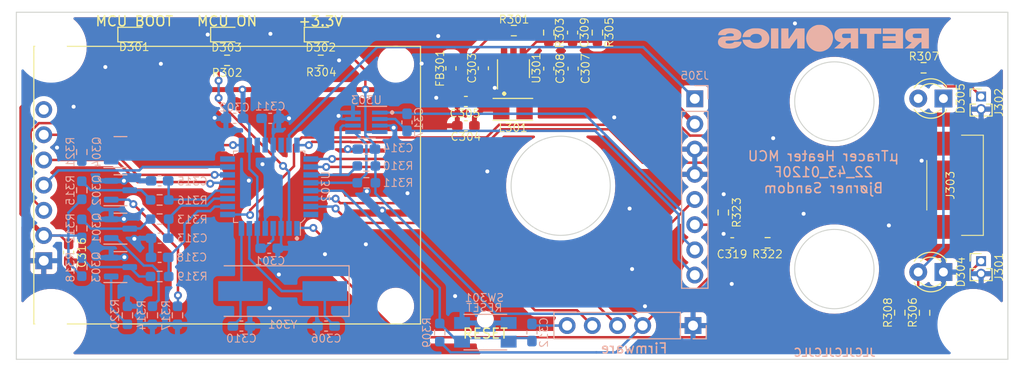
<source format=kicad_pcb>
(kicad_pcb (version 20211014) (generator pcbnew)
  (layers (0 "F.Cu" signal) (31 "B.Cu" signal) (34 "B.Paste" user) (35 "F.Paste" user) (36 "B.SilkS" user "B.Silkscreen") (37 "F.SilkS" user "F.Silkscreen") (38 "B.Mask" user) (39 "F.Mask" user) (44 "Edge.Cuts" user))
  (net 0 "")
  (net 1 "GNDPWR")
  (net 2 "+3V3")
  (net 3 "Net-(C303-Pad1)")
  (net 4 "PSU_EN")
  (net 5 "OUT_EN")
  (net 6 "Net-(C309-Pad2)")
  (net 7 "VDC")
  (net 8 "Net-(C303-Pad2)")
  (net 9 "Net-(C304-Pad2)")
  (net 10 "Net-(C306-Pad1)")
  (net 11 "Net-(C309-Pad1)")
  (net 12 "SDA")
  (net 13 "SCL")
  (net 14 "Net-(C311-Pad2)")
  (net 15 "INA_VSENS")
  (net 16 "INA_CSENS")
  (net 17 "Net-(Q301-Pad3)")
  (net 18 "Net-(D302-Pad1)")
  (net 19 "FLAG_HIGH_VOLTAGE")
  (net 20 "Net-(D301-Pad1)")
  (net 21 "Net-(C310-Pad1)")
  (net 22 "LED_HEATER")
  (net 23 "LED_HIGH_VOLTAGE")
  (net 24 "Net-(D304-Pad2)")
  (net 26 "LED_MCU_STATUS")
  (net 27 "DISP_RST")
  (net 28 "DISP_DC")
  (net 29 "DISP_SDA")
  (net 31 "DISP_SCL")
  (net 35 "Net-(Q302-Pad3)")
  (net 36 "LED_LIMIT_V_I")
  (net 37 "Net-(C312-Pad1)")
  (net 38 "Net-(C312-Pad2)")
  (net 39 "FLAG_ANODE")
  (net 40 "FLAG_GRID")
  (net 41 "FLAG_HEATER")
  (net 42 "FLAG_CUR_LIM")
  (net 43 "Net-(J301-Pad1)")
  (net 44 "Net-(J302-Pad1)")
  (net 45 "PULSE_ANODE")
  (net 46 "PULSE_GRID")
  (net 47 "PULSE_HEATER")
  (net 48 "Net-(J304-Pad4)")
  (net 49 "Net-(J304-Pad5)")
  (net 50 "PULSE_CUR_LIM")
  (net 51 "Net-(Q303-Pad3)")
  (net 52 "Net-(Q304-Pad3)")
  (footprint "Capacitor_SMD:C_0603_1608Metric_Pad1.08x0.95mm_HandSolder" (layer "F.Cu") (at 111.15 50.6875 -90)
    (fp_text reference "C307")
    (fp_text value "10µF 35V")
  )
  (footprint "Resistor_SMD:R_0603_1608Metric_Pad0.98x0.95mm_HandSolder" (layer "F.Cu") (at 126.3 65.2 90)
    (fp_text reference "R323")
    (fp_text value "100kΩ")
  )
  (footprint "myDevices:0527450897" (layer "F.Cu") (at 149.2 62.45 90)
    (fp_text reference "J303")
    (fp_text value "To µTracer" hide)
  )
  (footprint "Resistor_SMD:R_0603_1608Metric_Pad0.98x0.95mm_HandSolder" (layer "F.Cu") (at 130.76875 68.25)
    (fp_text reference "R322")
    (fp_text value "220Ω")
  )
  (footprint "LED_THT:LED_D3.0mm" (layer "F.Cu") (at 148.5 71.2 180)
    (fp_text reference "D304")
    (fp_text value "\"Current limit\"")
  )
  (footprint "Capacitor_SMD:C_0603_1608Metric_Pad1.08x0.95mm_HandSolder" (layer "F.Cu") (at 102.1 50.65 90)
    (fp_text reference "C303")
    (fp_text value "100nF")
  )
  (footprint "Resistor_SMD:R_0603_1608Metric_Pad0.98x0.95mm_HandSolder" (layer "F.Cu") (at 108.7 47.05 -90)
    (fp_text reference "R303")
    (fp_text value "100kΩ")
  )
  (footprint "MountingHole:MountingHole_3.2mm_M3" (layer "F.Cu") (at 151.5 48.5)
    (fp_text reference "H303" hide)
    (fp_text value "MountingHole")
  )
  (footprint "LED_THT:LED_D3.0mm" (layer "F.Cu") (at 148.5 53.7 180)
    (fp_text reference "D305")
    (fp_text value "\"Voltage limit\"")
  )
  (footprint "Inductor_SMD:L_0603_1608Metric_Pad1.05x0.95mm_HandSolder" (layer "F.Cu") (at 98.83 50.65 90)
    (fp_text reference "FB301")
    (fp_text value "FerriteBead_Small")
  )
  (footprint "Connector_PinHeader_1.27mm:PinHeader_1x02_P1.27mm_Vertical" (layer "F.Cu") (at 152.3 70.1)
    (fp_text reference "J301")
    (fp_text value "Ext.LED")
  )
  (footprint "Resistor_SMD:R_0603_1608Metric_Pad0.98x0.95mm_HandSolder" (layer "F.Cu") (at 105.175 46.85)
    (fp_text reference "R301")
    (fp_text value "49.9Ω")
  )
  (footprint "myDevices:Display_IPS_1.3_SPI" (layer "F.Cu") (at 56.7625 76.4375 90)
    (fp_text reference "U304" hide)
    (fp_text value "Display_IPS_1.3_SPI")
  )
  (footprint "LED_SMD:LED_0603_1608Metric_Pad1.05x0.95mm_HandSolder" (layer "F.Cu") (at 76.255 47.25)
    (fp_text reference "D303")
    (fp_text value "\"MCU_ON\"")
  )
  (footprint "Resistor_SMD:R_0603_1608Metric_Pad0.98x0.95mm_HandSolder" (layer "F.Cu") (at 76.255 49.85 180)
    (fp_text reference "R302")
    (fp_text value "560Ω")
  )
  (footprint "Capacitor_SMD:C_0603_1608Metric_Pad1.08x0.95mm_HandSolder" (layer "F.Cu") (at 127.2 68.25)
    (fp_text reference "C319")
    (fp_text value "1µF")
  )
  (footprint "MountingHole:MountingHole_3.2mm_M3" (layer "F.Cu") (at 151.5 76.5)
    (fp_text reference "H304" hide)
    (fp_text value "MountingHole")
  )
  (footprint "Resistor_SMD:R_0603_1608Metric_Pad0.98x0.95mm_HandSolder" (layer "F.Cu") (at 144.1 75.3 -90)
    (fp_text reference "R308")
    (fp_text value "330Ω")
  )
  (footprint "Connector_PinHeader_1.27mm:PinHeader_1x02_P1.27mm_Vertical" (layer "F.Cu") (at 152.3 53.5)
    (fp_text reference "J302")
    (fp_text value "Ext.LED")
  )
  (footprint "Capacitor_SMD:C_0603_1608Metric_Pad1.08x0.95mm_HandSolder" (layer "F.Cu") (at 60.275 69.225 90)
    (fp_text reference "C316")
    (fp_text value "1µF")
  )
  (footprint "MountingHole:MountingHole_3.2mm_M3" (layer "F.Cu") (at 58.5 76.5)
    (fp_text reference "H302" hide)
    (fp_text value "MountingHole")
  )
  (footprint "Capacitor_SMD:C_0603_1608Metric_Pad1.08x0.95mm_HandSolder" (layer "F.Cu") (at 100.3375 56.45)
    (fp_text reference "C304")
    (fp_text value "22µF 10V")
  )
  (footprint "LED_SMD:LED_0603_1608Metric_Pad1.05x0.95mm_HandSolder" (layer "F.Cu") (at 66.9 47.25)
    (fp_text reference "D301")
    (fp_text value "\"MCU_BOOT\"")
  )
  (footprint "LED_SMD:LED_0603_1608Metric_Pad1.05x0.95mm_HandSolder" (layer "F.Cu") (at 85.7 47.25)
    (fp_text reference "D302")
    (fp_text value "\"+3.3V\"")
  )
  (footprint "Resistor_SMD:R_0603_1608Metric_Pad0.98x0.95mm_HandSolder" (layer "F.Cu") (at 146.6 75.3125 -90)
    (fp_text reference "R306")
    (fp_text value "330Ω")
  )
  (footprint "Inductor_SMD:L_Taiyo-Yuden_NR-20xx_HandSoldering" (layer "F.Cu") (at 105.08 54.79 180)
    (fp_text reference "L301")
    (fp_text value "10µH 1A")
  )
  (footprint "Capacitor_SMD:C_0603_1608Metric_Pad1.08x0.95mm_HandSolder" (layer "F.Cu") (at 108.7 50.6875 -90)
    (fp_text reference "C308")
    (fp_text value "100nF")
  )
  (footprint "Resistor_SMD:R_0603_1608Metric_Pad0.98x0.95mm_HandSolder" (layer "F.Cu") (at 113.6 47.05 90)
    (fp_text reference "R305")
    (fp_text value "22kΩ")
  )
  (footprint "Resistor_SMD:R_0603_1608Metric_Pad0.98x0.95mm_HandSolder" (layer "F.Cu") (at 85.7 49.85)
    (fp_text reference "R304")
    (fp_text value "560Ω")
  )
  (footprint "Resistor_SMD:R_0603_1608Metric_Pad0.98x0.95mm_HandSolder" (layer "F.Cu") (at 146.5 50.6 180)
    (fp_text reference "R307")
    (fp_text value "330Ω")
  )
  (footprint "Capacitor_SMD:C_0603_1608Metric_Pad1.08x0.95mm_HandSolder" (layer "F.Cu") (at 111.1 47.05 90)
    (fp_text reference "C309")
    (fp_text value "75pF")
  )
  (footprint "Package_TO_SOT_SMD:SOT-23-6_Handsoldering" (layer "F.Cu") (at 105.1375 50.6875 90)
    (fp_text reference "U301")
    (fp_text value "TPS54302")
  )
  (footprint "Capacitor_SMD:C_0603_1608Metric_Pad1.08x0.95mm_HandSolder" (layer "F.Cu") (at 100.3375 54)
    (fp_text reference "C305")
    (fp_text value "22µF 25V")
  )
  (footprint "MountingHole:MountingHole_3.2mm_M3" (layer "F.Cu") (at 58.5 48.5)
    (fp_text reference "H301" hide)
    (fp_text value "MountingHole")
  )
  (footprint "Capacitor_SMD:C_0603_1608Metric_Pad1.08x0.95mm_HandSolder" (layer "B.Cu") (at 77.7 76.65)
    (fp_text reference "C310")
    (fp_text value "22pF")
  )
  (footprint "digikey-footprints:TQFP-32_7x7mm" (layer "B.Cu") (at 80.5 62.6 90)
    (fp_text reference "U302")
    (fp_text value "ATMEGA328P-AU")
  )
  (footprint "Capacitor_SMD:C_0603_1608Metric_Pad1.08x0.95mm_HandSolder" (layer "B.Cu") (at 90.3 58.8)
    (fp_text reference "C314")
    (fp_text value "100nF")
  )
  (footprint "Resistor_SMD:R_0603_1608Metric_Pad0.98x0.95mm_HandSolder" (layer "B.Cu") (at 61.6 59.1 90)
    (fp_text reference "R321")
    (fp_text value "1MΩ")
  )
  (footprint "Resistor_SMD:R_0603_1608Metric_Pad0.98x0.95mm_HandSolder" (layer "B.Cu") (at 68.725 75.5625 -90)
    (fp_text reference "R314")
    (fp_text value "100kΩ")
  )
  (footprint "Capacitor_SMD:C_0603_1608Metric_Pad1.08x0.95mm_HandSolder" (layer "B.Cu") (at 69.45 62)
    (fp_text reference "C315")
    (fp_text value "1µF")
  )
  (footprint "Capacitor_SMD:C_0603_1608Metric_Pad1.08x0.95mm_HandSolder" (layer "B.Cu") (at 69.45 69.72)
    (fp_text reference "C318")
    (fp_text value "1µF")
  )
  (footprint "Package_TO_SOT_SMD:SOT-23" (layer "B.Cu") (at 65.5 66.825)
    (fp_text reference "Q301")
    (fp_text value "BSS138")
  )
  (footprint "Capacitor_SMD:C_0603_1608Metric_Pad1.08x0.95mm_HandSolder" (layer "B.Cu") (at 86.2375 76.65 180)
    (fp_text reference "C306")
    (fp_text value "22pF")
  )
  (footprint "Package_TO_SOT_SMD:SOT-23-8_Handsoldering" (layer "B.Cu") (at 90.3 56.1 180)
    (fp_text reference "U303")
    (fp_text value "INA219AIDCNR")
  )
  (footprint "Resistor_SMD:R_0603_1608Metric_Pad0.98x0.95mm_HandSolder" (layer "B.Cu") (at 69.45 65.86 180)
    (fp_text reference "R313")
    (fp_text value "220Ω")
  )
  (footprint "Resistor_SMD:R_0603_1608Metric_Pad0.98x0.95mm_HandSolder" (layer "B.Cu") (at 66.2 75.5625 90)
    (fp_text reference "R320")
    (fp_text value "100kΩ")
  )
  (footprint "Package_TO_SOT_SMD:SOT-23" (layer "B.Cu") (at 65.5 62.95)
    (fp_text reference "Q302")
    (fp_text value "BSS138")
  )
  (footprint "Package_TO_SOT_SMD:SOT-23" (layer "B.Cu") (at 65.5 70.7)
    (fp_text reference "Q303")
    (fp_text value "BSS138")
  )
  (footprint "Capacitor_SMD:C_0603_1608Metric_Pad1.08x0.95mm_HandSolder" (layer "B.Cu") (at 80.5 68.8 180)
    (fp_text reference "C301")
    (fp_text value "100nF")
  )
  (footprint "Resistor_SMD:R_0603_1608Metric_Pad0.98x0.95mm_HandSolder" (layer "B.Cu") (at 61.6 66.8 90)
    (fp_text reference "R312")
    (fp_text value "1MΩ")
  )
  (footprint "Connector_PinHeader_2.54mm:PinHeader_1x06_P2.54mm_Vertical" (layer "B.Cu") (at 123.25 76.6 90)
    (fp_text reference "J304" hide)
    (fp_text value "Firmware")
  )
  (footprint "Resistor_SMD:R_0603_1608Metric_Pad0.98x0.95mm_HandSolder" (layer "B.Cu") (at 90.3 62.2 180)
    (fp_text reference "R311")
    (fp_text value "4.7kΩ")
  )
  (footprint "Crystal:Crystal_SMD_HC49-SD" (layer "B.Cu") (at 81.8575 73.12 180)
    (fp_text reference "Y301")
    (fp_text value "8MHz")
  )
  (footprint "Resistor_SMD:R_0603_1608Metric_Pad0.98x0.95mm_HandSolder" (layer "B.Cu") (at 69.45 71.65 180)
    (fp_text reference "R319")
    (fp_text value "220Ω")
  )
  (footprint "myDevices:Tactile_sw_SMD_side_01" (layer "B.Cu") (at 102.3 77.5 180)
    (fp_text reference "SW301")
    (fp_text value "RESET")
  )
  (footprint "Capacitor_SMD:C_0603_1608Metric_Pad1.08x0.95mm_HandSolder" (layer "B.Cu") (at 80.6 55.7 180)
    (fp_text reference "C311")
    (fp_text value "100nF")
  )
  (footprint "Resistor_SMD:R_0603_1608Metric_Pad0.98x0.95mm_HandSolder" (layer "B.Cu") (at 61.6 70.7 90)
    (fp_text reference "R318")
    (fp_text value "1MΩ")
  )
  (footprint "Connector_PinHeader_2.54mm:PinHeader_1x08_P2.54mm_Vertical" (layer "B.Cu") (at 123.425 53.725 180)
    (fp_text reference "J305")
    (fp_text value "To PSU Board")
  )
  (footprint "Resistor_SMD:R_0603_1608Metric_Pad0.98x0.95mm_HandSolder" (layer "B.Cu") (at 69.45 63.93 180)
    (fp_text reference "R316")
    (fp_text value "220Ω")
  )
  (footprint "Capacitor_SMD:C_0603_1608Metric_Pad1.08x0.95mm_HandSolder" (layer "B.Cu") (at 69.45 67.79)
    (fp_text reference "C313")
    (fp_text value "1µF")
  )
  (footprint "Capacitor_SMD:C_0603_1608Metric_Pad1.08x0.95mm_HandSolder" (layer "B.Cu") (at 107 77.3 -90)
    (fp_text reference "C312")
    (fp_text value "10nF")
  )
  (footprint "Resistor_SMD:R_0603_1608Metric_Pad0.98x0.95mm_HandSolder" (layer "B.Cu") (at 71.25 75.5625 -90)
    (fp_text reference "R317")
    (fp_text value "100kΩ")
  )
  (footprint "Graphics:retronics_logo_24mm" (layer "B.Cu") (at 136.397465 47.581443 180)
    (fp_text reference "G***" hide)
    (fp_text value "LOGO" hide)
  )
  (footprint "Capacitor_SMD:C_0603_1608Metric_Pad1.08x0.95mm_HandSolder" (layer "B.Cu") (at 77 55.7)
    (fp_text reference "C302")
    (fp_text value "100nF")
  )
  (footprint "Capacitor_SMD:C_0603_1608Metric_Pad1.08x0.95mm_HandSolder" (layer "B.Cu") (at 94.4 56.1 90)
    (fp_text reference "C317")
    (fp_text value "1µF")
  )
  (footprint "Package_TO_SOT_SMD:SOT-23" (layer "B.Cu") (at 65.5 59.1)
    (fp_text reference "Q304")
    (fp_text value "BSS138")
  )
  (footprint "Resistor_SMD:R_0603_1608Metric_Pad0.98x0.95mm_HandSolder" (layer "B.Cu") (at 90.3 60.5)
    (fp_text reference "R310")
    (fp_text value "4.7kΩ")
  )
  (footprint "Resistor_SMD:R_0603_1608Metric_Pad0.98x0.95mm_HandSolder" (layer "B.Cu") (at 61.6 62.95 90)
    (fp_text reference "R315")
    (fp_text value "1MΩ")
  )
  (footprint "Resistor_SMD:R_0603_1608Metric_Pad0.98x0.95mm_HandSolder" (layer "B.Cu") (at 97.7 77.3 90)
    (fp_text reference "R309")
    (fp_text value "10kΩ")
  )
  (gr_line (start 55 80) (end 155 80) (layer "Edge.Cuts") (width 0.1))
  (gr_circle (center 109.9 62.5) (end 114.9 62.5) (layer "Edge.Cuts") (width 0.1) (fill none))
  (gr_circle (center 137.5 54) (end 141.5 54) (layer "Edge.Cuts") (width 0.1) (fill none))
  (gr_line (start 55 45) (end 55 80) (layer "Edge.Cuts") (width 0.1))
  (gr_circle (center 137.5 70.9) (end 141.5 70.9) (layer "Edge.Cuts") (width 0.1) (fill none))
  (gr_line (start 155 45) (end 155 80) (layer "Edge.Cuts") (width 0.1))
  (gr_line (start 55 45) (end 155 45) (layer "Edge.Cuts") (width 0.1))
  (gr_text "Firmware" (at 117.3 78.9) (layer "B.SilkS") (effects (font (size 1 1)) (justify mirror)))
  (gr_text "." (at 83.3 67.2) (layer "B.SilkS") (effects (font (size 1.5 1.5) (thickness 0.3)) (justify mirror)))
  (gr_text "." (at 92.9 54.5) (layer "B.SilkS") (effects (font (size 1.5 1.5) (thickness 0.3)) (justify mirror)))
  (gr_text "RESET" (at 102.2 74.8) (layer "B.SilkS") (effects (font (size 0.8 0.8) (thickness 0.1)) (justify mirror)))
  (gr_text "JLCJLCJLCJLC" (at 137.525 79.325) (layer "B.SilkS") (effects (font (size 0.8 0.8)) (justify mirror)))
  (gr_text "µTracer Heater MCU\n22_43_0120F\nBjørner Sandom\n" (at 136.4 61.125) (layer "B.SilkS") (effects (font (size 1 1)) (justify mirror)))
  (gr_text "RESET" (at 102.3 77.4) (layer "F.SilkS") (effects (font (size 1 1))))
  (gr_text "MCU BOOT" (at 66.9 45.9) (layer "F.SilkS") (effects (font (size 1 1))))
  (gr_text "+3.3V" (at 85.7 45.9) (layer "F.SilkS") (effects (font (size 1 1))))
  (gr_text "MCU ON" (at 76.25 45.9) (layer "F.SilkS") (effects (font (size 1 1))))
  (gr_text "." (at 104.2 52.6) (layer "F.SilkS") (effects (font (size 1.5 1.5) (thickness 0.3))))
  (segment (start 75.38 47.25) (end 74.3 47.25) (width 0.25) (layer "F.Cu") (net 1))
  (segment (start 126.3 64.2875) (end 126.3 63.39) (width 0.25) (layer "F.Cu") (net 1))
  (segment (start 146.275 60.55) (end 146.275 59.995) (width 0.25) (layer "F.Cu") (net 1))
  (segment (start 126.3375 68.25) (end 126.3375 67.3575) (width 0.25) (layer "F.Cu") (net 1))
  (segment (start 146.275 59.995) (end 146.3 59.97) (width 0.25) (layer "F.Cu") (net 1))
  (segment (start 104.1875 52.0375) (end 103.8375 52.0375) (width 0.5) (layer "F.Cu") (net 1))
  (segment (start 103.8375 52.0375) (end 103.25 52.625) (width 0.5) (layer "F.Cu") (net 1))
  (segment (start 146.275 60.55) (end 146.275 61.05) (width 0.25) (layer "F.Cu") (net 1))
  (segment (start 126.3375 67.3575) (end 126.33 67.35) (width 0.25) (layer "F.Cu") (net 1))
  (segment (start 86.6125 49.85) (end 87.55 49.85) (width 0.25) (layer "F.Cu") (net 1))
  (segment (start 126.3 63.39) (end 126.34 63.35) (width 0.25) (layer "F.Cu") (net 1))
  (via (at 82.5 55.7) (size 0.8) (drill 0.4) (layers "F.Cu" "B.Cu") (net 1))
  (via (at 90.25 68.4) (size 0.8) (drill 0.4) (layers "F.Cu" "B.Cu") (net 1))
  (via (at 134.4 65.325) (size 0.8) (drill 0.4) (layers "F.Cu" "B.Cu") (net 1))
  (via (at 88.4245 58.8) (size 0.8) (drill 0.4) (layers "F.Cu" "B.Cu") (net 1))
  (via (at 87.55 49.85) (size 0.8) (drill 0.4) (layers "F.Cu" "B.Cu") (net 1))
  (via (at 117.1 70.9) (size 0.8) (drill 0.4) (layers "F.Cu" "B.Cu") (net 1))
  (via (at 65.85 65.85) (size 0.8) (drill 0.4) (layers "F.Cu" "B.Cu") (net 1))
  (via (at 66.9 67.85) (size 0.8) (drill 0.4) (layers "F.Cu" "B.Cu") (net 1))
  (via (at 131.33 57.7) (size 0.8) (drill 0.4) (layers "F.Cu" "B.Cu") (net 1))
  (via (at 63.975 50.525) (size 0.8) (drill 0.4) (layers "F.Cu" "B.Cu") (net 1))
  (via (at 78.45 61.975) (size 0.8) (drill 0.4) (layers "F.Cu" "B.Cu") (net 1))
  (via (at 93.056451 56.643549) (size 0.8) (drill 0.4) (layers "F.Cu" "B.Cu") (net 1))
  (via (at 99.25 73.625) (size 0.8) (drill 0.4) (layers "F.Cu" "B.Cu") (net 1))
  (via (at 95.875 50.175) (size 0.8) (drill 0.4) (layers "F.Cu" "B.Cu") (net 1))
  (via (at 116.85 64.8) (size 0.8) (drill 0.4) (layers "F.Cu" "B.Cu") (net 1))
  (via (at 80.625 47.175) (size 0.8) (drill 0.4) (layers "F.Cu" "B.Cu") (net 1))
  (via (at 65.9 69.7) (size 0.8) (drill 0.4) (layers "F.Cu" "B.Cu") (net 1))
  (via (at 115.3 55.6) (size 0.8) (drill 0.4) (layers "F.Cu" "B.Cu") (net 1))
  (via (at 79.825 60.325) (size 0.8) (drill 0.4) (layers "F.Cu" "B.Cu") (net 1))
  (via (at 65.85 62) (size 0.8) (drill 0.4) (layers "F.Cu" "B.Cu") (net 1))
  (via (at 90.35 63.05) (size 0.8) (drill 0.4) (layers "F.Cu" "B.Cu") (net 1))
  (via (at 94.45 63.25) (size 0.8) (drill 0.4) (layers "F.Cu" "B.Cu") (net 1))
  (via (at 118.4 74.65) (size 0.8) (drill 0.4) (layers "F.Cu" "B.Cu") (net 1))
  (via (at 59.1 58.65) (size 0.8) (drill 0.4) (layers "F.Cu" "B.Cu") (net 1))
  (via (at 75 55.65) (size 0.8) (drill 0.4) (layers "F.Cu" "B.Cu") (net 1))
  (via (at 97.55 47.4) (size 0.8) (drill 0.4) (layers "F.Cu" "B.Cu") (net 1))
  (via (at 74.3 47.25) (size 0.8) (drill 0.4) (layers "F.Cu" "B.Cu") (net 1))
  (via (at 143 66.5) (size 0.8) (drill 0.4) (layers "F.Cu" "B.Cu") (net 1))
  (via (at 91.9 65) (size 0.8) (drill 0.4) (layers "F.Cu" "B.Cu") (net 1))
  (via (at 127.15 72.4) (size 0.8) (drill 0.4) (layers "F.Cu" "B.Cu") (net 1))
  (via (at 80.55 74.85) (size 0.8) (drill 0.4) (layers "F.Cu" "B.Cu") (net 1))
  (via (at 102.5 61.05) (size 0.8) (drill 0.4) (layers "F.Cu" "B.Cu") (net 1))
  (via (at 126.33 67.35) (size 0.8) (drill 0.4) (layers "F.Cu" "B.Cu") (net 1))
  (via (at 86.125 69.4) (size 0.8) (drill 0.4) (layers "F.Cu" "B.Cu") (net 1))
  (via (at 60.775 54.525) (size 0.8) (drill 0.4) (layers "F.Cu" "B.Cu") (net 1))
  (via (at 81.475 71.45) (size 0.8) (drill 0.4) (layers "F.Cu" "B.Cu") (net 1))
  (via (at 87.5 55.45) (size 0.8) (drill 0.4) (layers "F.Cu" "B.Cu") (net 1))
  (via (at 103.25 52.625) (size 0.8) (drill 0.4) (layers "F.Cu" "B.Cu") (net 1))
  (via (at 133.525 46.125) (size 0.8) (drill 0.4) (layers "F.Cu" "B.Cu") (net 1))
  (via (at 97.35 53.625) (size 0.8) (drill 0.4) (layers "F.Cu" "B.Cu") (net 1))
  (via (at 146.3 59.97) (size 0.8) (drill 0.4) (layers "F.Cu" "B.Cu") (net 1))
  (via (at 69.575 50.2) (size 0.8) (drill 0.4) (layers "F.Cu" "B.Cu") (net 1))
  (via (at 126.34 63.35) (size 0.8) (drill 0.4) (layers "F.Cu" "B.Cu") (net 1))
  (segment (start 87.82 55.77) (end 88.95 55.77) (width 0.25) (layer "B.Cu") (net 1))
  (segment (start 81.2 65.2) (end 81.7 65.7) (width 0.25) (layer "B.Cu") (net 1))
  (segment (start 87.5 55.45) (end 87.83 55.12) (width 0.25) (layer "B.Cu") (net 1))
  (segment (start 87.5 55.45) (end 87.82 55.77) (width 0.25) (layer "B.Cu") (net 1))
  (segment (start 80.9 65.2) (end 81.2 65.2) (width 0.25) (layer "B.Cu") (net 1))
  (segment (start 64.5625 69.75) (end 65.85 69.75) (width 0.25) (layer "B.Cu") (net 1))
  (segment (start 92.842902 56.43) (end 91.65 56.43) (width 0.25) (layer "B.Cu") (net 1))
  (segment (start 80.9 58.4) (end 80.9 65.2) (width 0.25) (layer "B.Cu") (net 1))
  (segment (start 81.3625 68.8) (end 81.7 68.4625) (width 0.25) (layer "B.Cu") (net 1))
  (segment (start 81.7 68.4625) (end 81.7 66.8) (width 0.25) (layer "B.Cu") (net 1))
  (segment (start 87.83 55.12) (end 88.95 55.12) (width 0.25) (layer "B.Cu") (net 1))
  (segment (start 80.9 56.2625) (end 81.4625 55.7) (width 0.25) (layer "B.Cu") (net 1))
  (segment (start 65.825 65.875) (end 65.85 65.85) (width 0.25) (layer "B.Cu") (net 1))
  (segment (start 76.1375 55.7) (end 75.05 55.7) (width 0.5) (layer "B.Cu") (net 1))
  (segment (start 80.1 65.8) (end 80.7 65.2) (width 0.25) (layer "B.Cu") (net 1))
  (segment (start 64.5625 65.875) (end 65.825 65.875) (width 0.25) (layer "B.Cu") (net 1))
  (segment (start 65.85 69.75) (end 65.9 69.7) (width 0.25) (layer "B.Cu") (net 1))
  (segment (start 81.4625 55.7) (end 82.5 55.7) (width 0.5) (layer "B.Cu") (net 1))
  (segment (start 80.9 58.4) (end 80.9 56.2625) (width 0.25) (layer "B.Cu") (net 1))
  (segment (start 80.7 65.2) (end 80.9 65.2) (width 0.25) (layer "B.Cu") (net 1))
  (segment (start 75.05 55.7) (end 75 55.65) (width 0.5) (layer "B.Cu") (net 1))
  (segment (start 81.7 65.7) (end 81.7 66.8) (width 0.25) (layer "B.Cu") (net 1))
  (segment (start 64.5625 62) (end 65.85 62) (width 0.25) (layer "B.Cu") (net 1))
  (segment (start 93.056451 56.643549) (end 92.842902 56.43) (width 0.25) (layer "B.Cu") (net 1))
  (segment (start 80.1 66.8) (end 80.1 65.8) (width 0.25) (layer "B.Cu") (net 1))
  (segment (start 89.4375 58.8) (end 88.4245 58.8) (width 0.25) (layer "B.Cu") (net 1))
  (segment (start 55.55 54.65) (end 55.55 65.305) (width 0.5) (layer "F.Cu") (net 2))
  (segment (start 90.2 50.875) (end 90.2 52.8) (width 0.25) (layer "F.Cu") (net 2))
  (segment (start 130.9 65.809499) (end 130.9 67.8) (width 0.25) (layer "F.Cu") (net 2))
  (segment (start 118.17 76.6) (end 120.67 74.1) (width 0.25) (layer "F.Cu") (net 2))
  (segment (start 130.8 67.9) (end 130.8 71) (width 0.25) (layer "F.Cu") (net 2))
  (segment (start 98.83 49.775) (end 96.8525 51.7525) (width 0.5) (layer "F.Cu") (net 2))
  (segment (start 86.575 47.25) (end 90.2 50.875) (width 0.25) (layer "F.Cu") (net 2))
  (segment (start 67.575 47.05) (end 67.575 52.525) (width 0.25) (layer "F.Cu") (net 2))
  (segment (start 57.4 52.8) (end 55.55 54.65) (width 0.5) (layer "F.Cu") (net 2))
  (segment (start 130.64375 65.553249) (end 130.9 65.809499) (width 0.25) (layer "F.Cu") (net 2))
  (segment (start 120.67 74.1) (end 127.7 74.1) (width 0.25) (layer "F.Cu") (net 2))
  (segment (start 130.9 67.8) (end 130.8 67.9) (width 0.25) (layer "F.Cu") (net 2))
  (segment (start 60.275 68.3625) (end 59.43 67.5175) (width 0.25) (layer "F.Cu") (net 2))
  (segment (start 129.85625 62.2) (end 130.89375 63.2375) (width 0.25) (layer "F.Cu") (net 2))
  (segment (start 95.805 52.8) (end 67.85 52.8) (width 0.5) (layer "F.Cu") (net 2))
  (segment (start 95.805 52.8) (end 96.8525 51.7525) (width 0.5) (layer "F.Cu") (net 2))
  (segment (start 127.7 74.1) (end 130.8 71) (width 0.25) (layer "F.Cu") (net 2))
  (segment (start 67.85 52.8) (end 57.4 52.8) (width 0.5) (layer "F.Cu") (net 2))
  (segment (start 130.89375 63.2375) (end 130.89375 64.603249) (width 0.25) (layer "F.Cu") (net 2))
  (segment (start 55.55 65.305) (end 57.7625 67.5175) (width 0.5) (layer "F.Cu") (net 2))
  (segment (start 146.275 64.2) (end 146.275 63.7) (width 0.25) (layer "F.Cu") (net 2))
  (segment (start 130.89375 64.603249) (end 130.64375 64.853249) (width 0.25) (layer "F.Cu") (net 2))
  (segment (start 130.64375 64.853249) (end 130.64375 65.553249) (width 0.25) (layer "F.Cu") (net 2))
  (segment (start 67.575 52.525) (end 67.85 52.8) (width 0.25) (layer "F.Cu") (net 2))
  (segment (start 59.43 67.5175) (end 57.7625 67.5175) (width 0.25) (layer "F.Cu") (net 2))
  (via (at 77.8 52.8) (size 0.8) (drill 0.4) (layers "F.Cu" "B.Cu") (net 2))
  (via (at 90.2 52.8) (size 0.8) (drill 0.4) (layers "F.Cu" "B.Cu") (net 2))
  (segment (start 90.28 57.08) (end 90.2 57) (width 0.25) (layer "B.Cu") (net 2))
  (segment (start 118.17 76.6) (end 116.9805 75.4105) (width 0.25) (layer "B.Cu") (net 2))
  (segment (start 118.17 76.6) (end 115.465499 79.304501) (width 0.25) (layer "B.Cu") (net 2))
  (segment (start 61.6 67.7125) (end 61.405 67.5175) (width 0.25) (layer "B.Cu") (net 2))
  (segment (start 77.8625 52.8625) (end 77.8 52.8) (width 0.5) (layer "B.Cu") (net 2))
  (segment (start 60.25 65.2125) (end 61.6 63.8625) (width 0.25) (layer "B.Cu") (net 2))
  (segment (start 79.3 61.6) (end 78.5 60.8) (width 0.25) (layer "B.Cu") (net 2))
  (segment (start 91.65 57.08) (end 90.28 57.08) (width 0.25) (layer "B.Cu") (net 2))
  (segment (start 91.2125 62.2) (end 91.2125 58.85) (width 0.25) (layer "B.Cu") (net 2))
  (segment (start 78.5 58.4) (end 78.5 56.3375) (width 0.25) (layer "B.Cu") (net 2))
  (segment (start 80.9 67.929505) (end 80.029505 68.8) (width 0.25) (layer "B.Cu") (net 2))
  (segment (start 79.3375 66.8375) (end 79.3 66.8) (width 0.25) (layer "B.Cu") (net 2))
  (segment (start 90.2 57.4) (end 90.2 57) (width 0.25) (layer "B.Cu") (net 2))
  (segment (start 91.2125 63.2625) (end 91.2125 62.2) (width 0.25) (layer "B.Cu") (net 2))
  (segment (start 79.3 66.8) (end 79.3 61.6) (width 0.25) (layer "B.Cu") (net 2))
  (segment (start 80.9 66.8) (end 80.9 67.929505) (width 0.25) (layer "B.Cu") (net 2))
  (segment (start 60.25 70.2625) (end 60.25 65.2125) (width 0.25) (layer "B.Cu") (net 2))
  (segment (start 91.1625 58.8) (end 91.1625 58.3625) (width 0.25) (layer "B.Cu") (net 2))
  (segment (start 97.7 78.2125) (end 98.792001 79.304501) (width 0.25) (layer "B.Cu") (net 2))
  (segment (start 79.3375 68.8) (end 79.3375 66.8375) (width 0.25) (layer "B.Cu") (net 2))
  (segment (start 98.792001 79.304501) (end 113.495499 79.304501) (width 0.25) (layer "B.Cu") (net 2))
  (segment (start 61.6 71.6125) (end 60.25 70.2625) (width 0.25) (layer "B.Cu") (net 2))
  (segment (start 91.1625 58.3625) (end 90.2 57.4) (width 0.25) (layer "B.Cu") (net 2))
  (segment (start 78.5 56.3375) (end 77.8625 55.7) (width 0.25) (layer "B.Cu") (net 2))
  (segment (start 91.2125 58.85) (end 91.1625 58.8) (width 0.25) (layer "B.Cu") (net 2))
  (segment (start 77.8625 55.7) (end 77.8625 52.8625) (width 0.5) (layer "B.Cu") (net 2))
  (segment (start 90.2 57) (end 90.2 52.8) (width 0.25) (layer "B.Cu") (net 2))
  (segment (start 78.5 60.8) (end 78.5 58.4) (width 0.25) (layer "B.Cu") (net 2))
  (segment (start 103.3605 75.4105) (end 91.2125 63.2625) (width 0.25) (layer "B.Cu") (net 2))
  (segment (start 80.029505 68.8) (end 79.6375 68.8) (width 0.25) (layer "B.Cu") (net 2))
  (segment (start 61.405 67.5175) (end 57.7625 67.5175) (width 0.25) (layer "B.Cu") (net 2))
  (segment (start 115.465499 79.304501) (end 113.495499 79.304501) (width 0.25) (layer "B.Cu") (net 2))
  (segment (start 116.9805 75.4105) (end 103.3605 75.4105) (width 0.25) (layer "B.Cu") (net 2))
  (segment (start 106.255 54.435) (end 106.255 54.79) (width 0.5) (layer "F.Cu") (net 3))
  (segment (start 105.1375 52.0375) (end 105.1375 50.9825) (width 0.25) (layer "F.Cu") (net 3))
  (segment (start 105.1375 53.3175) (end 106.255 54.435) (width 0.5) (layer "F.Cu") (net 3))
  (segment (start 105.1375 52.0375) (end 105.1375 53.3175) (width 0.5) (layer "F.Cu") (net 3))
  (segment (start 105.1375 50.9825) (end 104.9625 50.8075) (width 0.25) (layer "F.Cu") (net 3))
  (segment (start 102.805 50.8075) (end 102.1 51.5125) (width 0.25) (layer "F.Cu") (net 3))
  (segment (start 104.9625 50.8075) (end 102.805 50.8075) (width 0.25) (layer "F.Cu") (net 3))
  (segment (start 118.212499 48.512499) (end 123.425 53.725) (width 0.25) (layer "B.Cu") (net 4))
  (segment (start 82.5 58.4) (end 82.5 57.4) (width 0.25) (layer "B.Cu") (net 4))
  (segment (start 82.5 57.4) (end 91.387501 48.512499) (width 0.25) (layer "B.Cu") (net 4))
  (segment (start 91.387501 48.512499) (end 118.212499 48.512499) (width 0.25) (layer "B.Cu") (net 4))
  (segment (start 86.84107 59.793996) (end 94.030392 59.793996) (width 0.25) (layer "F.Cu") (net 5))
  (segment (start 102.536396 68.3) (end 119.01 68.3) (width 0.25) (layer "F.Cu") (net 5))
  (segment (start 94.030392 59.793996) (end 102.536396 68.3) (width 0.25) (layer "F.Cu") (net 5))
  (segment (start 119.01 68.3) (end 123.425 63.885) (width 0.25) (layer "F.Cu") (net 5))
  (via (at 86.84107 59.793996) (size 0.8) (drill 0.4) (layers "F.Cu" "B.Cu") (net 5))
  (segment (start 86.835066 59.8) (end 86.84107 59.793996) (width 0.25) (layer "B.Cu") (net 5))
  (segment (start 84.7 59.8) (end 86.835066 59.8) (width 0.25) (layer "B.Cu") (net 5))
  (segment (start 106.0875 46.6875) (end 106.6375 46.1375) (width 0.25) (layer "F.Cu") (net 6))
  (segment (start 111.1 46.1875) (end 108.75 46.1875) (width 0.25) (layer "F.Cu") (net 6))
  (segment (start 106.0875 46.85) (end 106.0875 46.6875) (width 0.25) (layer "F.Cu") (net 6))
  (segment (start 106.6375 46.1375) (end 108.7 46.1375) (width 0.25) (layer "F.Cu") (net 6))
  (segment (start 108.75 46.1875) (end 108.7 46.1375) (width 0.25) (layer "F.Cu") (net 6))
  (segment (start 118.71 51.55) (end 111.15 51.55) (width 0.5) (layer "F.Cu") (net 7))
  (segment (start 106.575 51.55) (end 106.0875 52.0375) (width 0.5) (layer "F.Cu") (net 7))
  (segment (start 123.425 56.265) (end 118.71 51.55) (width 0.5) (layer "F.Cu") (net 7))
  (segment (start 108.7 51.55) (end 106.575 51.55) (width 0.5) (layer "F.Cu") (net 7))
  (segment (start 111.15 51.55) (end 108.7 51.55) (width 0.5) (layer "F.Cu") (net 7))
  (segment (start 102.55 49.3375) (end 102.1 49.7875) (width 0.25) (layer "F.Cu") (net 8))
  (segment (start 104.1875 49.3375) (end 102.55 49.3375) (width 0.25) (layer "F.Cu") (net 8))
  (segment (start 101.2 54) (end 101.2 53.895) (width 0.5) (layer "F.Cu") (net 9))
  (segment (start 101.1 53.9) (end 101.1 49.125) (width 0.25) (layer "F.Cu") (net 9))
  (segment (start 101.2 54) (end 101.1 53.9) (width 0.25) (layer "F.Cu") (net 9))
  (segment (start 101.1 49.125) (end 103.375 46.85) (width 0.25) (layer "F.Cu") (net 9))
  (segment (start 101.2 55.58) (end 101.99 54.79) (width 0.5) (layer "F.Cu") (net 9))
  (segment (start 103.905 54.79) (end 101.99 54.79) (width 0.5) (layer "F.Cu") (net 9))
  (segment (start 101.2 53.895) (end 98.83 51.525) (width 0.5) (layer "F.Cu") (net 9))
  (segment (start 103.375 46.85) (end 104.2625 46.85) (width 0.25) (layer "F.Cu") (net 9))
  (segment (start 101.2 56.45) (end 101.2 55.58) (width 0.5) (layer "F.Cu") (net 9))
  (segment (start 101.99 54.79) (end 101.2 54) (width 0.5) (layer "F.Cu") (net 9))
  (segment (start 78.5 69.85) (end 81.77 73.12) (width 0.25) (layer "B.Cu") (net 10))
  (segment (start 87.1 76.65) (end 86.1075 75.6575) (width 0.25) (layer "B.Cu") (net 10))
  (segment (start 81.77 73.12) (end 84.75 73.12) (width 0.25) (layer "B.Cu") (net 10))
  (segment (start 78.5 66.8) (end 78.5 69.85) (width 0.25) (layer "B.Cu") (net 10))
  (segment (start 86.1075 75.6575) (end 86.1075 73.12) (width 0.25) (layer "B.Cu") (net 10))
  (segment (start 107.4625 47.9625) (end 106.0875 49.3375) (width 0.25) (layer "F.Cu") (net 11))
  (segment (start 113.6 47.9625) (end 107.4625 47.9625) (width 0.25) (layer "F.Cu") (net 11))
  (segment (start 87.92 56.43) (end 87.7 56.65) (width 0.25) (layer "B.Cu") (net 12))
  (segment (start 88.95 56.43) (end 87.92 56.43) (width 0.25) (layer "B.Cu") (net 12))
  (segment (start 87.7 56.65) (end 87.7 61.4) (width 0.25) (layer "B.Cu") (net 12))
  (segment (start 84.7 61.4) (end 87.7 61.4) (width 0.25) (layer "B.Cu") (net 12))
  (segment (start 87.7 61.4) (end 88.4875 61.4) (width 0.25) (layer "B.Cu") (net 12))
  (segment (start 88.4875 61.4) (end 89.3875 60.5) (width 0.25) (layer "B.Cu") (net 12))
  (segment (start 89.08 57.08) (end 88.95 57.08) (width 0.25) (layer "B.Cu") (net 13))
  (segment (start 90.3 58.3) (end 89.08 57.08) (width 0.25) (layer "B.Cu") (net 13))
  (segment (start 84.7 62.2) (end 89.3875 62.2) (width 0.25) (layer "B.Cu") (net 13))
  (segment (start 90.3 61.2875) (end 90.3 58.3) (width 0.25) (layer "B.Cu") (net 13))
  (segment (start 89.3875 62.2) (end 90.3 61.2875) (width 0.25) (layer "B.Cu") (net 13))
  (segment (start 80.1 56.0625) (end 79.7375 55.7) (width 0.25) (layer "B.Cu") (net 14))
  (segment (start 80.1 58.4) (end 80.1 56.0625) (width 0.25) (layer "B.Cu") (net 14))
  (segment (start 122.25 67.79) (end 122.25 65.2) (width 0.25) (layer "B.Cu") (net 15))
  (segment (start 94.2825 55.12) (end 94.4 55.2375) (width 0.25) (layer "B.Cu") (net 15))
  (segment (start 91.65 55.12) (end 94.2825 55.12) (width 0.25) (layer "B.Cu") (net 15))
  (segment (start 112.2875 55.2375) (end 94.4 55.2375) (width 0.25) (layer "B.Cu") (net 15))
  (segment (start 123.425 68.965) (end 122.25 67.79) (width 0.25) (layer "B.Cu") (net 15))
  (segment (start 122.25 65.2) (end 112.2875 55.2375) (width 0.25) (layer "B.Cu") (net 15))
  (segment (start 121.8 69.88) (end 121.8 65.386396) (width 0.25) (layer "B.Cu") (net 16))
  (segment (start 93.2075 55.77) (end 94.4 56.9625) (width 0.25) (layer "B.Cu") (net 16))
  (segment (start 123.425 71.505) (end 121.8 69.88) (width 0.25) (layer "B.Cu") (net 16))
  (segment (start 121.8 65.386396) (end 113.376104 56.9625) (width 0.25) (layer "B.Cu") (net 16))
  (segment (start 91.65 55.77) (end 93.2075 55.77) (width 0.25) (layer "B.Cu") (net 16))
  (segment (start 113.376104 56.9625) (end 94.4 56.9625) (width 0.25) (layer "B.Cu") (net 16))
  (segment (start 66.4375 66.825) (end 62.5375 66.825) (width 0.25) (layer "B.Cu") (net 17))
  (segment (start 66.4375 66.8) (end 67.504166 66.8) (width 0.25) (layer "B.Cu") (net 17))
  (segment (start 62.5375 66.825) (end 61.6 65.8875) (width 0.25) (layer "B.Cu") (net 17))
  (segment (start 67.504166 66.8) (end 68.5375 65.766666) (width 0.25) (layer "B.Cu") (net 17))
  (segment (start 84.7875 49.85) (end 84.7875 47.2875) (width 0.25) (layer "F.Cu") (net 18))
  (segment (start 84.7875 47.2875) (end 84.825 47.25) (width 0.25) (layer "F.Cu") (net 18))
  (segment (start 102.575 58.1) (end 103.875 56.8) (width 0.25) (layer "F.Cu") (net 19))
  (segment (start 118.17 60.17) (end 131.527124 60.17) (width 0.25) (layer "F.Cu") (net 19))
  (segment (start 103.875 56.8) (end 114.8 56.8) (width 0.25) (layer "F.Cu") (net 19))
  (segment (start 131.527124 60.17) (end 133.057124 61.7) (width 0.25) (layer "F.Cu") (net 19))
  (segment (start 84.5 58.4) (end 84.825 58.075) (width 0.25) (layer "F.Cu") (net 19))
  (segment (start 88.724805 58.075) (end 88.749805 58.1) (width 0.25) (layer "F.Cu") (net 19))
  (segment (start 114.8 56.8) (end 118.17 60.17) (width 0.25) (layer "F.Cu") (net 19))
  (segment (start 88.749805 58.1) (end 102.575 58.1) (width 0.25) (layer "F.Cu") (net 19))
  (segment (start 84.825 58.075) (end 88.724805 58.075) (width 0.25) (layer "F.Cu") (net 19))
  (segment (start 133.057124 61.7) (end 146.275 61.7) (width 0.25) (layer "F.Cu") (net 19))
  (via (at 84.5 58.4) (size 0.8) (drill 0.4) (layers "F.Cu" "B.Cu") (net 19))
  (segment (start 84.5 58.4) (end 83.3 58.4) (width 0.25) (layer "B.Cu") (net 19))
  (segment (start 77.1675 47.2875) (end 77.13 47.25) (width 0.25) (layer "F.Cu") (net 20))
  (segment (start 66.825 46.45) (end 76.33 46.45) (width 0.25) (layer "F.Cu") (net 20))
  (segment (start 66.025 47.25) (end 66.825 46.45) (width 0.25) (layer "F.Cu") (net 20))
  (segment (start 77.1675 49.85) (end 77.1675 47.2875) (width 0.25) (layer "F.Cu") (net 20))
  (segment (start 76.33 46.45) (end 77.13 47.25) (width 0.25) (layer "F.Cu") (net 20))
  (segment (start 77.6075 75.88) (end 77.6075 73.12) (width 0.25) (layer "B.Cu") (net 21))
  (segment (start 77.7 73.0275) (end 77.6075 73.12) (width 0.25) (layer "B.Cu") (net 21))
  (segment (start 77.7 66.8) (end 77.7 73.0275) (width 0.25) (layer "B.Cu") (net 21))
  (segment (start 76.8375 76.65) (end 77.6075 75.88) (width 0.25) (layer "B.Cu") (net 21))
  (segment (start 145.5875 50.6) (end 144.2 51.9875) (width 0.25) (layer "F.Cu") (net 23))
  (segment (start 121.848299 56.35) (end 103.688604 56.35) (width 0.25) (layer "F.Cu") (net 23))
  (segment (start 122.938299 57.44) (end 121.848299 56.35) (width 0.25) (layer "F.Cu") (net 23))
  (segment (start 83.775 57.625) (end 83 58.4) (width 0.25) (layer "F.Cu") (net 23))
  (segment (start 124.54 57.44) (end 122.938299 57.44) (width 0.25) (layer "F.Cu") (net 23))
  (segment (start 83 58.4) (end 83 60.525) (width 0.25) (layer "F.Cu") (net 23))
  (segment (start 126.82 59.72) (end 124.54 57.44) (width 0.25) (layer "F.Cu") (net 23))
  (segment (start 144.2 51.9875) (end 144.2 56) (width 0.25) (layer "F.Cu") (net 23))
  (segment (start 83 60.525) (end 78.5755 64.9495) (width 0.25) (layer "F.Cu") (net 23))
  (segment (start 144.2 56) (end 140.48 59.72) (width 0.25) (layer "F.Cu") (net 23))
  (segment (start 103.688604 56.35) (end 102.413604 57.625) (width 0.25) (layer "F.Cu") (net 23))
  (segment (start 78.5755 64.9495) (end 78.5755 65.450498) (width 0.25) (layer "F.Cu") (net 23))
  (segment (start 140.48 59.72) (end 126.82 59.72) (width 0.25) (layer "F.Cu") (net 23))
  (segment (start 102.413604 57.625) (end 83.775 57.625) (width 0.25) (layer "F.Cu") (net 23))
  (via (at 78.5755 65.450498) (size 0.8) (drill 0.4) (layers "F.Cu" "B.Cu") (net 23))
  (segment (start 76.3 65.4) (end 78.525002 65.4) (width 0.25) (layer "B.Cu") (net 23))
  (segment (start 78.525002 65.4) (end 78.5755 65.450498) (width 0.25) (layer "B.Cu") (net 23))
  (segment (start 145.96 72.5275) (end 145.96 71.2) (width 0.25) (layer "F.Cu") (net 24))
  (segment (start 144.1 74.3875) (end 145.96 72.5275) (width 0.25) (layer "F.Cu") (net 24))
  (segment (start 148.5 68.66) (end 148.5 53.7) (width 0.25) (layer "B.Cu") (net 24))
  (segment (start 145.96 71.2) (end 148.5 68.66) (width 0.25) (layer "B.Cu") (net 24))
  (segment (start 81.9 60.5) (end 75.4 54) (width 0.25) (layer "F.Cu") (net 26))
  (segment (start 75.4 54) (end 75.4 53.65) (width 0.25) (layer "F.Cu") (net 26))
  (segment (start 75.4 51.9) (end 75.4 49.9075) (width 0.25) (layer "F.Cu") (net 26))
  (segment (start 75.4 49.9075) (end 75.3425 49.85) (width 0.25) (layer "F.Cu") (net 26))
  (via (at 75.4 51.9) (size 0.8) (drill 0.4) (layers "F.Cu" "B.Cu") (net 26))
  (via (at 75.4 53.65) (size 0.8) (drill 0.4) (layers "F.Cu" "B.Cu") (net 26))
  (via (at 81.9 60.5) (size 0.8) (drill 0.4) (layers "F.Cu" "B.Cu") (net 26))
  (segment (start 82.5 66.8) (end 82.5 61.1) (width 0.25) (layer "B.Cu") (net 26))
  (segment (start 75.4 53.65) (end 75.4 51.9) (width 0.25) (layer "B.Cu") (net 26))
  (segment (start 82.5 61.1) (end 81.9 60.5) (width 0.25) (layer "B.Cu") (net 26))
  (segment (start 64.9975 59.8975) (end 57.7625 59.8975) (width 0.25) (layer "F.Cu") (net 27))
  (segment (start 74.383527 62.1245) (end 67.2245 62.1245) (width 0.25) (layer "F.Cu") (net 27))
  (segment (start 74.553009 62.293982) (end 74.383527 62.1245) (width 0.25) (layer "F.Cu") (net 27))
  (segment (start 67.2245 62.1245) (end 64.9975 59.8975) (width 0.25) (layer "F.Cu") (net 27))
  (via (at 74.553009 62.293982) (size 0.8) (drill 0.4) (layers "F.Cu" "B.Cu") (net 27))
  (segment (start 74.553009 62.293982) (end 74.646991 62.2) (width 0.25) (layer "B.Cu") (net 27))
  (segment (start 74.646991 62.2) (end 76.3 62.2) (width 0.25) (layer "B.Cu") (net 27))
  (segment (start 74.75 61.4) (end 67.15 61.4) (width 0.25) (layer "F.Cu") (net 28))
  (segment (start 67.15 61.4) (end 63.1075 57.3575) (width 0.25) (layer "F.Cu") (net 28))
  (segment (start 63.1075 57.3575) (end 57.7625 57.3575) (width 0.25) (layer "F.Cu") (net 28))
  (via (at 75 61.4) (size 0.8) (drill 0.4) (layers "F.Cu" "B.Cu") (net 28))
  (segment (start 76.3 61.4) (end 74.75 61.4) (width 0.25) (layer "B.Cu") (net 28))
  (segment (start 67.75 60.6) (end 76.3 60.6) (width 0.25) (layer "B.Cu") (net 29))
  (segment (start 59.25 60.95) (end 67.4 60.95) (width 0.25) (layer "B.Cu") (net 29))
  (segment (start 57.7625 62.4375) (end 59.25 60.95) (width 0.25) (layer "B.Cu") (net 29))
  (segment (start 67.4 60.95) (end 67.75 60.6) (width 0.25) (layer "B.Cu") (net 29))
  (segment (start 75.8 58.4) (end 73.5825 56.1825) (width 0.25) (layer "F.Cu") (net 31))
  (segment (start 57.275799 56.1825) (end 56.45 57.008299) (width 0.25) (layer "F.Cu") (net 31))
  (segment (start 76.85 58.4) (end 75.8 58.4) (width 0.25) (layer "F.Cu") (net 31))
  (segment (start 56.45 63.665) (end 57.7625 64.9775) (width 0.25) (layer "F.Cu") (net 31))
  (segment (start 56.45 57.008299) (end 56.45 63.665) (width 0.25) (layer "F.Cu") (net 31))
  (segment (start 73.5825 56.1825) (end 57.275799 56.1825) (width 0.25) (layer "F.Cu") (net 31))
  (via (at 76.85 58.4) (size 0.8) (drill 0.4) (layers "F.Cu" "B.Cu") (net 31))
  (segment (start 77.7 58.4) (end 76.85 58.4) (width 0.25) (layer "B.Cu") (net 31))
  (segment (start 62.5125 62.95) (end 61.6 62.0375) (width 0.25) (layer "B.Cu") (net 35))
  (segment (start 67.604167 62.95) (end 68.5375 63.883333) (width 0.25) (layer "B.Cu") (net 35))
  (segment (start 66.4375 62.95) (end 67.604167 62.95) (width 0.25) (layer "B.Cu") (net 35))
  (segment (start 66.4375 62.95) (end 62.5125 62.95) (width 0.25) (layer "B.Cu") (net 35))
  (segment (start 144.1 76.2125) (end 142.5375 77.775) (width 0.25) (layer "F.Cu") (net 36))
  (segment (start 142.5375 77.775) (end 93.96048 77.775) (width 0.25) (layer "F.Cu") (net 36))
  (segment (start 93.96048 77.775) (end 86.85 70.66452) (width 0.25) (layer "F.Cu") (net 36))
  (segment (start 86.85 70.66452) (end 86.85 68.65) (width 0.25) (layer "F.Cu") (net 36))
  (segment (start 86.85 68.65) (end 84.95 66.75) (width 0.25) (layer "F.Cu") (net 36))
  (via (at 84.95 66.75) (size 0.8) (drill 0.4) (layers "F.Cu" "B.Cu") (net 36))
  (segment (start 84.95 66.75) (end 83.35 66.75) (width 0.25) (layer "B.Cu") (net 36))
  (segment (start 83.35 66.75) (end 83.3 66.8) (width 0.25) (layer "B.Cu") (net 36))
  (segment (start 110.55 76.6) (end 107.1625 76.6) (width 0.25) (layer "B.Cu") (net 37))
  (segment (start 107.1625 76.6) (end 107 76.4375) (width 0.25) (layer "B.Cu") (net 37))
  (segment (start 87.9 63) (end 84.7 63) (width 0.25) (layer "B.Cu") (net 38))
  (segment (start 107 78.1625) (end 106.691999 77.854499) (width 0.25) (layer "B.Cu") (net 38))
  (segment (start 100.316001 77.854499) (end 99.9505 78.22) (width 0.25) (layer "B.Cu") (net 38))
  (segment (start 99.5325 78.22) (end 97.7 76.3875) (width 0.25) (layer "B.Cu") (net 38))
  (segment (start 97.7 72.8) (end 87.9 63) (width 0.25) (layer "B.Cu") (net 38))
  (segment (start 97.7 76.3875) (end 97.7 72.8) (width 0.25) (layer "B.Cu") (net 38))
  (segment (start 99.9505 78.22) (end 99.5325 78.22) (width 0.25) (layer "B.Cu") (net 38))
  (segment (start 106.691999 77.854499) (end 100.316001 77.854499) (width 0.25) (layer "B.Cu") (net 38))
  (segment (start 70.3625 65.766666) (end 70.3625 67.6) (width 0.25) (layer "B.Cu") (net 39))
  (segment (start 74.236396 64.5) (end 71.629166 64.5) (width 0.25) (layer "B.Cu") (net 39))
  (segment (start 74.936396 63.8) (end 74.236396 64.5) (width 0.25) (layer "B.Cu") (net 39))
  (segment (start 71.629166 64.5) (end 70.3625 65.766666) (width 0.25) (layer "B.Cu") (net 39))
  (segment (start 76.3 63.8) (end 74.936396 63.8) (width 0.25) (layer "B.Cu") (net 39))
  (segment (start 70.3625 67.6) (end 70.3125 67.65) (width 0.25) (layer "B.Cu") (net 39))
  (segment (start 70.3625 62.05) (end 70.3125 62) (width 0.25) (layer "B.Cu") (net 40))
  (segment (start 76.3 63) (end 75.1 63) (width 0.25) (layer "B.Cu") (net 40))
  (segment (start 70.3625 63.883333) (end 70.3625 62.05) (width 0.25) (layer "B.Cu") (net 40))
  (segment (start 74.216667 63.883333) (end 70.3625 63.883333) (width 0.25) (layer "B.Cu") (net 40))
  (segment (start 75.1 63) (end 74.216667 63.883333) (width 0.25) (layer "B.Cu") (net 40))
  (segment (start 70.3625 71.65) (end 70.3625 69.77) (width 0.25) (layer "B.Cu") (net 41))
  (segment (start 73.3 65.05) (end 74.55 65.05) (width 0.25) (layer "B.Cu") (net 41))
  (segment (start 71.95 66.4) (end 73.3 65.05) (width 0.25) (layer "B.Cu") (net 41))
  (segment (start 71.95 68.0825) (end 71.95 66.4) (width 0.25) (layer "B.Cu") (net 41))
  (segment (start 76.3 64.6) (end 75 64.6) (width 0.25) (layer "B.Cu") (net 41))
  (segment (start 70.3125 69.72) (end 71.95 68.0825) (width 0.25) (layer "B.Cu") (net 41))
  (segment (start 75 64.6) (end 74.55 65.05) (width 0.25) (layer "B.Cu") (net 41))
  (segment (start 70.3625 69.77) (end 70.3125 69.72) (width 0.25) (layer "B.Cu") (net 41))
  (segment (start 128.0625 68.25) (end 128.0625 68.529201) (width 0.25) (layer "F.Cu") (net 42))
  (segment (start 128.0625 68.529201) (end 123.641701 72.95) (width 0.25) (layer "F.Cu") (net 42))
  (segment (start 92.55 60.6) (end 86.25 60.6) (width 0.25) (layer "F.Cu") (net 42))
  (segment (start 123.641701 72.95) (end 106.55 72.95) (width 0.25) (layer "F.Cu") (net 42))
  (segment (start 106.55 72.95) (end 94.2 60.6) (width 0.25) (layer "F.Cu") (net 42))
  (segment (start 129.85625 68.25) (end 128.0625 68.25) (width 0.25) (layer "F.Cu") (net 42))
  (segment (start 94.2 60.6) (end 92.55 60.6) (width 0.25) (layer "F.Cu") (net 42))
  (via (at 86.25 60.6) (size 0.8) (drill 0.4) (layers "F.Cu" "B.Cu") (net 42))
  (segment (start 86.25 60.6) (end 84.7 60.6) (width 0.25) (layer "B.Cu") (net 42))
  (segment (start 146.6 74.4) (end 148 74.4) (width 0.25) (layer "F.Cu") (net 43))
  (segment (start 148 74.4) (end 152.3 70.1) (width 0.25) (layer "F.Cu") (net 43))
  (segment (start 148.8 52.475) (end 147.4125 51.0875) (width 0.25) (layer "F.Cu") (net 44))
  (segment (start 152.3 53.5) (end 151.275 52.475) (width 0.25) (layer "F.Cu") (net 44))
  (segment (start 147.4125 51.0875) (end 147.4125 50.6) (width 0.25) (layer "F.Cu") (net 44))
  (segment (start 151.275 52.475) (end 148.8 52.475) (width 0.25) (layer "F.Cu") (net 44))
  (segment (start 67.85 70.55) (end 65.075 67.775) (width 0.25) (layer "B.Cu") (net 45))
  (segment (start 68.725 74.65) (end 69.35 74.025) (width 0.25) (layer "B.Cu") (net 45))
  (segment (start 68.720495 70.55) (end 67.85 70.55) (width 0.25) (layer "B.Cu") (net 45))
  (segment (start 69.35 71.179505) (end 68.720495 70.55) (width 0.25) (layer "B.Cu") (net 45))
  (segment (start 65.075 67.775) (end 64.5625 67.775) (width 0.25) (layer "B.Cu") (net 45))
  (segment (start 69.35 74.025) (end 69.35 71.179505) (width 0.25) (layer "B.Cu") (net 45))
  (segment (start 71.3 68.85) (end 71.3 73.55) (width 0.25) (layer "F.Cu") (net 46))
  (segment (start 66.8 64.35) (end 71.3 68.85) (width 0.25) (layer "F.Cu") (net 46))
  (via (at 71.3 73.55) (size 0.8) (drill 0.4) (layers "F.Cu" "B.Cu") (net 46))
  (via (at 66.8 64.35) (size 0.8) (drill 0.4) (layers "F.Cu" "B.Cu") (net 46))
  (segment (start 64.5625 63.9) (end 66.35 63.9) (width 0.25) (layer "B.Cu") (net 46))
  (segment (start 66.35 63.9) (end 66.8 64.35) (width 0.25) (layer "B.Cu") (net 46))
  (segment (start 71.3 73.55) (end 71.3 74.6) (width 0.25) (layer "B.Cu") (net 46))
  (segment (start 71.3 74.6) (end 71.25 74.65) (width 0.25) (layer "B.Cu") (net 46))
  (segment (start 64.5625 71.65) (end 64.5625 74.8375) (width 0.25) (layer "B.Cu") (net 47))
  (segment (start 64.5625 74.8375) (end 66.2 76.475) (width 0.25) (layer "B.Cu") (net 47))
  (segment (start 87.500305 64.074503) (end 87.675802 64.25) (width 0.25) (layer "F.Cu") (net 48))
  (segment (start 87.474503 64.074503) (end 87.500305 64.074503) (width 0.25) (layer "F.Cu") (net 48))
  (segment (start 87.2 63.8) (end 87.474503 64.074503) (width 0.25) (layer "F.Cu") (net 48))
  (segment (start 97.136396 64.25) (end 107.486396 74.6) (width 0.25) (layer "F.Cu") (net 48))
  (segment (start 107.486396 74.6) (end 113.63 74.6) (width 0.25) (layer "F.Cu") (net 48))
  (segment (start 113.63 74.6) (end 115.63 76.6) (width 0.25) (layer "F.Cu") (net 48))
  (segment (start 87.675802 64.25) (end 97.136396 64.25) (width 0.25) (layer "F.Cu") (net 48))
  (via (at 87.2 63.8) (size 0.8) (drill 0.4) (layers "F.Cu" "B.Cu") (net 48))
  (segment (start 84.7 63.8) (end 87.2 63.8) (width 0.25) (layer "B.Cu") (net 48))
  (segment (start 107.3 75.05) (end 111.54 75.05) (width 0.25) (layer "F.Cu") (net 49))
  (segment (start 98.5 66.25) (end 107.3 75.05) (width 0.25) (layer "F.Cu") (net 49))
  (segment (start 87.2 64.799503) (end 88.650497 66.25) (width 0.25) (layer "F.Cu") (net 49))
  (segment (start 111.54 75.05) (end 113.09 76.6) (width 0.25) (layer "F.Cu") (net 49))
  (segment (start 88.650497 66.25) (end 98.5 66.25) (width 0.25) (layer "F.Cu") (net 49))
  (via (at 87.2 64.799503) (size 0.8) (drill 0.4) (layers "F.Cu" "B.Cu") (net 49))
  (segment (start 84.7 64.6) (end 87.000497 64.6) (width 0.25) (layer "B.Cu") (net 49))
  (segment (start 87.000497 64.6) (end 87.2 64.799503) (width 0.25) (layer "B.Cu") (net 49))
  (segment (start 127.96875 66.1125) (end 129.83125 64.25) (width 0.25) (layer "F.Cu") (net 50))
  (segment (start 126.3 66.1125) (end 127.96875 66.1125) (width 0.25) (layer "F.Cu") (net 50))
  (segment (start 125.8875 66.425) (end 123.425 66.425) (width 0.25) (layer "F.Cu") (net 50))
  (segment (start 126.2 66.1125) (end 125.8875 66.425) (width 0.25) (layer "F.Cu") (net 50))
  (segment (start 66.4375 70.7) (end 62.5125 70.7) (width 0.25) (layer "B.Cu") (net 51))
  (segment (start 62.5125 70.7) (end 61.6 69.7875) (width 0.25) (layer "B.Cu") (net 51))
  (segment (start 67.3875 71.65) (end 66.4375 70.7) (width 0.25) (layer "B.Cu") (net 51))
  (segment (start 68.5375 71.65) (end 67.3875 71.65) (width 0.25) (layer "B.Cu") (net 51))
  (segment (start 131.68125 62.2) (end 131.68125 68.25) (width 0.25) (layer "F.Cu") (net 52))
  (zone (net 1) (net_name "GNDPWR") (layer "F.Cu") (connect_pads (clearance 0.508)) (min_thickness 0.254) (fill yes (thermal_gap 0.508) (thermal_bridge_width 0.508))
    (polygon (pts (xy 155 80) (xy 55 80) (xy 55 45) (xy 155 45)))
  )
  (zone (net 1) (net_name "GNDPWR") (layer "B.Cu") (connect_pads (clearance 0.508)) (min_thickness 0.254) (fill yes (thermal_gap 0.508) (thermal_bridge_width 0.508))
    (polygon (pts (xy 155 80) (xy 55 80) (xy 55 45) (xy 155 45)))
  )
)
</source>
